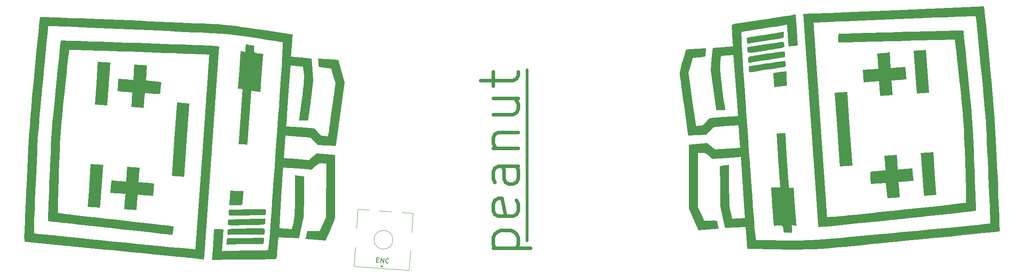
<source format=gbr>
%TF.GenerationSoftware,KiCad,Pcbnew,8.0.3*%
%TF.CreationDate,2024-09-04T22:21:18+02:00*%
%TF.ProjectId,peanut,7065616e-7574-42e6-9b69-6361645f7063,rev?*%
%TF.SameCoordinates,Original*%
%TF.FileFunction,Legend,Top*%
%TF.FilePolarity,Positive*%
%FSLAX46Y46*%
G04 Gerber Fmt 4.6, Leading zero omitted, Abs format (unit mm)*
G04 Created by KiCad (PCBNEW 8.0.3) date 2024-09-04 22:21:18*
%MOMM*%
%LPD*%
G01*
G04 APERTURE LIST*
%ADD10C,0.600000*%
%ADD11C,0.200000*%
%ADD12C,0.800000*%
%ADD13C,0.000000*%
%ADD14C,0.120000*%
G04 APERTURE END LIST*
D10*
X158750000Y-91281250D02*
X158750000Y-54768750D01*
D11*
X126730248Y-95392069D02*
X127062769Y-95415321D01*
X127168739Y-95947820D02*
X126693708Y-95914603D01*
X126693708Y-95914603D02*
X126763465Y-94917039D01*
X126763465Y-94917039D02*
X127238495Y-94950256D01*
X127596267Y-95977716D02*
X127666023Y-94980152D01*
X127666023Y-94980152D02*
X128166303Y-96017577D01*
X128166303Y-96017577D02*
X128236060Y-95020013D01*
X129218014Y-95995649D02*
X129167189Y-96039830D01*
X129167189Y-96039830D02*
X129021358Y-96077368D01*
X129021358Y-96077368D02*
X128926352Y-96070724D01*
X128926352Y-96070724D02*
X128787164Y-96013256D01*
X128787164Y-96013256D02*
X128698802Y-95911607D01*
X128698802Y-95911607D02*
X128657942Y-95813279D01*
X128657942Y-95813279D02*
X128623726Y-95619945D01*
X128623726Y-95619945D02*
X128633691Y-95477436D01*
X128633691Y-95477436D02*
X128694481Y-95290745D01*
X128694481Y-95290745D02*
X128748628Y-95199061D01*
X128748628Y-95199061D02*
X128850277Y-95110698D01*
X128850277Y-95110698D02*
X128996108Y-95073160D01*
X128996108Y-95073160D02*
X129091114Y-95079804D01*
X129091114Y-95079804D02*
X129230302Y-95137272D01*
X129230302Y-95137272D02*
X129274483Y-95188097D01*
D12*
X151519769Y-92898214D02*
X159519769Y-92898214D01*
X151900721Y-92898214D02*
X151519769Y-92136309D01*
X151519769Y-92136309D02*
X151519769Y-90612499D01*
X151519769Y-90612499D02*
X151900721Y-89850595D01*
X151900721Y-89850595D02*
X152281673Y-89469642D01*
X152281673Y-89469642D02*
X153043578Y-89088690D01*
X153043578Y-89088690D02*
X155329292Y-89088690D01*
X155329292Y-89088690D02*
X156091197Y-89469642D01*
X156091197Y-89469642D02*
X156472150Y-89850595D01*
X156472150Y-89850595D02*
X156853102Y-90612499D01*
X156853102Y-90612499D02*
X156853102Y-92136309D01*
X156853102Y-92136309D02*
X156472150Y-92898214D01*
X156472150Y-82612500D02*
X156853102Y-83374404D01*
X156853102Y-83374404D02*
X156853102Y-84898214D01*
X156853102Y-84898214D02*
X156472150Y-85660119D01*
X156472150Y-85660119D02*
X155710245Y-86041071D01*
X155710245Y-86041071D02*
X152662626Y-86041071D01*
X152662626Y-86041071D02*
X151900721Y-85660119D01*
X151900721Y-85660119D02*
X151519769Y-84898214D01*
X151519769Y-84898214D02*
X151519769Y-83374404D01*
X151519769Y-83374404D02*
X151900721Y-82612500D01*
X151900721Y-82612500D02*
X152662626Y-82231547D01*
X152662626Y-82231547D02*
X153424530Y-82231547D01*
X153424530Y-82231547D02*
X154186435Y-86041071D01*
X156853102Y-75374404D02*
X152662626Y-75374404D01*
X152662626Y-75374404D02*
X151900721Y-75755357D01*
X151900721Y-75755357D02*
X151519769Y-76517261D01*
X151519769Y-76517261D02*
X151519769Y-78041071D01*
X151519769Y-78041071D02*
X151900721Y-78802976D01*
X156472150Y-75374404D02*
X156853102Y-76136309D01*
X156853102Y-76136309D02*
X156853102Y-78041071D01*
X156853102Y-78041071D02*
X156472150Y-78802976D01*
X156472150Y-78802976D02*
X155710245Y-79183928D01*
X155710245Y-79183928D02*
X154948340Y-79183928D01*
X154948340Y-79183928D02*
X154186435Y-78802976D01*
X154186435Y-78802976D02*
X153805483Y-78041071D01*
X153805483Y-78041071D02*
X153805483Y-76136309D01*
X153805483Y-76136309D02*
X153424530Y-75374404D01*
X151519769Y-71564881D02*
X156853102Y-71564881D01*
X152281673Y-71564881D02*
X151900721Y-71183928D01*
X151900721Y-71183928D02*
X151519769Y-70422023D01*
X151519769Y-70422023D02*
X151519769Y-69279166D01*
X151519769Y-69279166D02*
X151900721Y-68517262D01*
X151900721Y-68517262D02*
X152662626Y-68136309D01*
X152662626Y-68136309D02*
X156853102Y-68136309D01*
X151519769Y-60898214D02*
X156853102Y-60898214D01*
X151519769Y-64326786D02*
X155710245Y-64326786D01*
X155710245Y-64326786D02*
X156472150Y-63945833D01*
X156472150Y-63945833D02*
X156853102Y-63183928D01*
X156853102Y-63183928D02*
X156853102Y-62041071D01*
X156853102Y-62041071D02*
X156472150Y-61279167D01*
X156472150Y-61279167D02*
X156091197Y-60898214D01*
X151519769Y-58231548D02*
X151519769Y-55183929D01*
X148853102Y-57088691D02*
X155710245Y-57088691D01*
X155710245Y-57088691D02*
X156472150Y-56707738D01*
X156472150Y-56707738D02*
X156853102Y-55945833D01*
X156853102Y-55945833D02*
X156853102Y-55183929D01*
D13*
%TO.C,G\u002A\u002A\u002A*%
G36*
X67056407Y-75034884D02*
G01*
X68381277Y-75127528D01*
X68062813Y-79681767D01*
X67744350Y-84236005D01*
X66419481Y-84143361D01*
X65094611Y-84050717D01*
X65413073Y-79496479D01*
X65731537Y-74942240D01*
X67056407Y-75034884D01*
G37*
G36*
X68585031Y-53174540D02*
G01*
X69909901Y-53267184D01*
X69591438Y-57821422D01*
X69272974Y-62375661D01*
X67948104Y-62283017D01*
X66623235Y-62190373D01*
X66941698Y-57636134D01*
X67260161Y-53081896D01*
X68585031Y-53174540D01*
G37*
G36*
X85452821Y-61842881D02*
G01*
X86777689Y-61935525D01*
X86227617Y-69801937D01*
X85677543Y-77668349D01*
X84352674Y-77575705D01*
X83027804Y-77483061D01*
X83577877Y-69616649D01*
X84127951Y-61750237D01*
X85452821Y-61842881D01*
G37*
G36*
X96910166Y-80652124D02*
G01*
X98279802Y-80699564D01*
X98176624Y-82175071D01*
X98073447Y-83650578D01*
X97445236Y-83709801D01*
X96871863Y-83735046D01*
X96209981Y-83725573D01*
X96024042Y-83715405D01*
X95231059Y-83661786D01*
X95385795Y-82133235D01*
X95540531Y-80604685D01*
X96910166Y-80652124D01*
G37*
G36*
X74840014Y-75579167D02*
G01*
X76164884Y-75671810D01*
X76054870Y-77245094D01*
X75944855Y-78818376D01*
X77600942Y-78934181D01*
X79257028Y-79049986D01*
X79164384Y-80374855D01*
X79071740Y-81699724D01*
X77415654Y-81583919D01*
X75759567Y-81468114D01*
X75643762Y-83124202D01*
X75527958Y-84780288D01*
X74203088Y-84687644D01*
X72878219Y-84595000D01*
X72994024Y-82938914D01*
X73109828Y-81282827D01*
X71536546Y-81172813D01*
X69963263Y-81062797D01*
X70055907Y-79737927D01*
X70148551Y-78413059D01*
X71721834Y-78523074D01*
X73295117Y-78633088D01*
X73405131Y-77059806D01*
X73515145Y-75486523D01*
X74840014Y-75579167D01*
G37*
G36*
X102982837Y-87219748D02*
G01*
X102926963Y-87633921D01*
X102776466Y-87821792D01*
X102439017Y-87889080D01*
X102394903Y-87892954D01*
X102043730Y-87910600D01*
X101434443Y-87929072D01*
X100633826Y-87947416D01*
X99708666Y-87964679D01*
X98725749Y-87979907D01*
X97751860Y-87992146D01*
X96853784Y-88000442D01*
X96098309Y-88003843D01*
X95552218Y-88001396D01*
X95304993Y-87994180D01*
X95059419Y-87938083D01*
X94978430Y-87753190D01*
X95017227Y-87349644D01*
X95112053Y-86732206D01*
X98111646Y-86674143D01*
X99155730Y-86654316D01*
X100157485Y-86635985D01*
X101039901Y-86620509D01*
X101725964Y-86609243D01*
X102068965Y-86604337D01*
X103026693Y-86592594D01*
X102982837Y-87219748D01*
G37*
G36*
X76362643Y-53718403D02*
G01*
X77681514Y-53810628D01*
X77616004Y-55428626D01*
X77550493Y-57046626D01*
X79161864Y-57206935D01*
X80773233Y-57367244D01*
X80688728Y-58575710D01*
X80632322Y-59178989D01*
X80562317Y-59644071D01*
X80492899Y-59879152D01*
X80486098Y-59886862D01*
X80278685Y-59920768D01*
X79820474Y-59926433D01*
X79191468Y-59904119D01*
X78822291Y-59881464D01*
X77276610Y-59773379D01*
X77166596Y-61346661D01*
X77056578Y-62919943D01*
X75731712Y-62827299D01*
X74406843Y-62734656D01*
X74516857Y-61161374D01*
X74626872Y-59588091D01*
X73053589Y-59478077D01*
X71480306Y-59368062D01*
X71572950Y-58043192D01*
X71665594Y-56718322D01*
X73238878Y-56828337D01*
X74812160Y-56938352D01*
X74927965Y-55282266D01*
X75043769Y-53626179D01*
X76362643Y-53718403D01*
G37*
G36*
X101894030Y-88650608D02*
G01*
X102359422Y-88673523D01*
X102649268Y-88723322D01*
X102802688Y-88806709D01*
X102858803Y-88930392D01*
X102856730Y-89101076D01*
X102835660Y-89324488D01*
X102791289Y-89959024D01*
X99002966Y-89991947D01*
X97909313Y-90001802D01*
X96924681Y-90011340D01*
X96098371Y-90020031D01*
X95479684Y-90027341D01*
X95117919Y-90032740D01*
X95047544Y-90034625D01*
X94937814Y-89894779D01*
X94876337Y-89536108D01*
X94872376Y-89429068D01*
X94866997Y-89215107D01*
X94882434Y-89049754D01*
X94956581Y-88926184D01*
X95127334Y-88837574D01*
X95432588Y-88777096D01*
X95910238Y-88737928D01*
X96598179Y-88713245D01*
X97534307Y-88696221D01*
X98756518Y-88680031D01*
X99053375Y-88676095D01*
X100280126Y-88658600D01*
X101213971Y-88647869D01*
X101894030Y-88650608D01*
G37*
G36*
X102616739Y-90670284D02*
G01*
X102684322Y-90821584D01*
X102701955Y-91191067D01*
X102694743Y-91339691D01*
X102620555Y-91799315D01*
X102469784Y-91978855D01*
X102402728Y-91984946D01*
X102160275Y-91982215D01*
X101648013Y-91985496D01*
X100928094Y-91993774D01*
X100062656Y-92006042D01*
X99113847Y-92021289D01*
X98143813Y-92038505D01*
X97214697Y-92056678D01*
X96388646Y-92074800D01*
X95727804Y-92091859D01*
X95610721Y-92095370D01*
X94651732Y-92125144D01*
X94698629Y-91454486D01*
X94755701Y-91038480D01*
X94841740Y-90808967D01*
X94872453Y-90792703D01*
X95068367Y-90792320D01*
X95547338Y-90786347D01*
X96260456Y-90775550D01*
X97158809Y-90760686D01*
X98193491Y-90742517D01*
X98745894Y-90732445D01*
X99830151Y-90712831D01*
X100802321Y-90695996D01*
X101613540Y-90682725D01*
X102214943Y-90673801D01*
X102557664Y-90670010D01*
X102616739Y-90670284D01*
G37*
G36*
X99179828Y-49384399D02*
G01*
X99614592Y-49488402D01*
X100083535Y-49550212D01*
X100415706Y-49594341D01*
X100563377Y-49724861D01*
X100587580Y-50037905D01*
X100570732Y-50317630D01*
X100571195Y-50793238D01*
X100697124Y-51082627D01*
X101012221Y-51240172D01*
X101580185Y-51320249D01*
X101761410Y-51333996D01*
X102493104Y-51385161D01*
X102208728Y-55451927D01*
X101924352Y-59518693D01*
X100975651Y-59401350D01*
X100026951Y-59284006D01*
X99580981Y-65035862D01*
X99135010Y-70787719D01*
X98226309Y-70724176D01*
X97317607Y-70660634D01*
X97728715Y-64781526D01*
X98139822Y-58902418D01*
X97642996Y-58867677D01*
X97146169Y-58832935D01*
X97430811Y-54762364D01*
X97715453Y-50691793D01*
X98204649Y-50835656D01*
X98693844Y-50979518D01*
X98754018Y-50119002D01*
X98799433Y-49620642D01*
X98871616Y-49383648D01*
X99011351Y-49337661D01*
X99179828Y-49384399D01*
G37*
G36*
X102962396Y-84537217D02*
G01*
X103098198Y-84700505D01*
X103127440Y-85141010D01*
X103123221Y-85212171D01*
X103067925Y-85640400D01*
X102944688Y-85824966D01*
X102703862Y-85854518D01*
X102430376Y-85851553D01*
X101880447Y-85854793D01*
X101109592Y-85863576D01*
X100173323Y-85877242D01*
X99127157Y-85895129D01*
X98831409Y-85900627D01*
X97784985Y-85916437D01*
X96852129Y-85922948D01*
X96083442Y-85920429D01*
X95529530Y-85909146D01*
X95240994Y-85889371D01*
X95213150Y-85881422D01*
X95143544Y-85674187D01*
X95130897Y-85280879D01*
X95134156Y-85226164D01*
X95192469Y-84848413D01*
X95283461Y-84666186D01*
X95298348Y-84663036D01*
X95493800Y-84661843D01*
X95971767Y-84654755D01*
X96682807Y-84642629D01*
X97577477Y-84626325D01*
X98606337Y-84606700D01*
X99088970Y-84597232D01*
X100167431Y-84576620D01*
X101139273Y-84559424D01*
X101953591Y-84546432D01*
X102559474Y-84538431D01*
X102906018Y-84536211D01*
X102962396Y-84537217D01*
G37*
G36*
X55615228Y-43507765D02*
G01*
X56376881Y-43530604D01*
X57394925Y-43564909D01*
X58644260Y-43609644D01*
X60099777Y-43663769D01*
X61736375Y-43726244D01*
X63528950Y-43796033D01*
X65452395Y-43872096D01*
X67481608Y-43953397D01*
X69591483Y-44038894D01*
X71756918Y-44127549D01*
X73952808Y-44218324D01*
X76154047Y-44310181D01*
X78335533Y-44402081D01*
X80472160Y-44492985D01*
X82538825Y-44581854D01*
X84510422Y-44667652D01*
X86361849Y-44749336D01*
X88068000Y-44825872D01*
X89603772Y-44896218D01*
X90944060Y-44959337D01*
X92063760Y-45014190D01*
X92937767Y-45059738D01*
X93540977Y-45094944D01*
X93613192Y-45099718D01*
X94294594Y-45160620D01*
X95250764Y-45267325D01*
X96428667Y-45412850D01*
X97775266Y-45590203D01*
X99237526Y-45792401D01*
X100762413Y-46012455D01*
X102296892Y-46243380D01*
X102311634Y-46245648D01*
X108774023Y-47240036D01*
X108609065Y-49599045D01*
X108444107Y-51958053D01*
X110630218Y-52157357D01*
X112816329Y-52356659D01*
X113023984Y-54724043D01*
X113231640Y-57091427D01*
X112648542Y-61354528D01*
X112065446Y-65617629D01*
X111085883Y-65599755D01*
X110106322Y-65581880D01*
X110280217Y-64544907D01*
X110355375Y-64055200D01*
X110461503Y-63306685D01*
X110588990Y-62370090D01*
X110728218Y-61316141D01*
X110869576Y-60215567D01*
X110880869Y-60126196D01*
X111032746Y-58881355D01*
X111137966Y-57902114D01*
X111200365Y-57125908D01*
X111223781Y-56490168D01*
X111212046Y-55932332D01*
X111170408Y-55403516D01*
X111033189Y-54062574D01*
X109713126Y-53970265D01*
X108393065Y-53877958D01*
X107895205Y-60375069D01*
X107397347Y-66872180D01*
X110428549Y-67084142D01*
X113459750Y-67296104D01*
X114139035Y-68092487D01*
X114545879Y-68540654D01*
X114869026Y-68788655D01*
X115222254Y-68903247D01*
X115588072Y-68942696D01*
X116357824Y-68996523D01*
X116546804Y-67719995D01*
X116620454Y-67205211D01*
X116729282Y-66421423D01*
X116865094Y-65428810D01*
X117019694Y-64287543D01*
X117184884Y-63057806D01*
X117327022Y-61991512D01*
X117918261Y-57539557D01*
X117461489Y-56009849D01*
X117004715Y-54480143D01*
X115641808Y-54336504D01*
X114973712Y-54260715D01*
X114571386Y-54189574D01*
X114369970Y-54097335D01*
X114304599Y-53958252D01*
X114305934Y-53806242D01*
X114304075Y-53353474D01*
X114265654Y-52894854D01*
X114198337Y-52370089D01*
X116351684Y-52520666D01*
X118505031Y-52671243D01*
X119189265Y-55094669D01*
X119873499Y-57518095D01*
X118942329Y-64272021D01*
X118011159Y-71025948D01*
X116060532Y-70936445D01*
X114109904Y-70846943D01*
X113360031Y-70040330D01*
X112610159Y-69233716D01*
X109936193Y-69046734D01*
X107262226Y-68859752D01*
X107094309Y-71261077D01*
X106926391Y-73662404D01*
X109600358Y-73849386D01*
X112274324Y-74036368D01*
X113129159Y-73341966D01*
X113983992Y-72647565D01*
X115928094Y-72830408D01*
X117872194Y-73013252D01*
X117864768Y-79503052D01*
X117862323Y-80954507D01*
X117858531Y-82313961D01*
X117853614Y-83542779D01*
X117847790Y-84602331D01*
X117841279Y-85453982D01*
X117834300Y-86059100D01*
X117827073Y-86379052D01*
X117825523Y-86406675D01*
X117747959Y-86702588D01*
X117556560Y-87233293D01*
X117277190Y-87932378D01*
X116935720Y-88733426D01*
X116800195Y-89039276D01*
X115806684Y-91258057D01*
X113653384Y-91107484D01*
X111500083Y-90956910D01*
X111639778Y-90446621D01*
X111750980Y-89947641D01*
X111806508Y-89549709D01*
X111838679Y-89360737D01*
X111947764Y-89249540D01*
X112201579Y-89199654D01*
X112667938Y-89194610D01*
X113203178Y-89210525D01*
X114572812Y-89257964D01*
X115238035Y-87806715D01*
X115903257Y-86355466D01*
X115937364Y-81864552D01*
X115946272Y-80595840D01*
X115953574Y-79364764D01*
X115959011Y-78232060D01*
X115962325Y-77258457D01*
X115963256Y-76504688D01*
X115961989Y-76083233D01*
X115952506Y-74792827D01*
X115182754Y-74739000D01*
X114724741Y-74732398D01*
X114372243Y-74823222D01*
X114003300Y-75061748D01*
X113629494Y-75379269D01*
X112845985Y-76073364D01*
X109814784Y-75861401D01*
X106783582Y-75649440D01*
X106372371Y-82152610D01*
X105961162Y-88655779D01*
X107281224Y-88748087D01*
X108601289Y-88840395D01*
X108923793Y-87531598D01*
X109041150Y-87000639D01*
X109129756Y-86448598D01*
X109194518Y-85812976D01*
X109240345Y-85031289D01*
X109272147Y-84041043D01*
X109294342Y-82814584D01*
X109307873Y-81704407D01*
X109317049Y-80634894D01*
X109321547Y-79677425D01*
X109321044Y-78903374D01*
X109315218Y-78384121D01*
X109314501Y-78355282D01*
X109286617Y-77304198D01*
X110259133Y-77422826D01*
X111231650Y-77541454D01*
X111215764Y-81844219D01*
X111199877Y-86146983D01*
X110664767Y-88462428D01*
X110129657Y-90777871D01*
X107937083Y-90670987D01*
X105744510Y-90564101D01*
X105582940Y-92874661D01*
X105516985Y-93789785D01*
X105461078Y-94425969D01*
X105403256Y-94835569D01*
X105331559Y-95070937D01*
X105234025Y-95184434D01*
X105098696Y-95228412D01*
X105043333Y-95236643D01*
X104791615Y-95249789D01*
X104249398Y-95263636D01*
X103458209Y-95277607D01*
X102459574Y-95291121D01*
X101295016Y-95303596D01*
X100006063Y-95314453D01*
X99004761Y-95321055D01*
X97623143Y-95330034D01*
X96311031Y-95340313D01*
X95114749Y-95351395D01*
X94080624Y-95362786D01*
X93254977Y-95373991D01*
X92684134Y-95384514D01*
X92467951Y-95390910D01*
X91591677Y-95427775D01*
X91824617Y-92096521D01*
X92057565Y-88765265D01*
X93051217Y-88834748D01*
X94044869Y-88904230D01*
X93883031Y-91218611D01*
X93721194Y-93532992D01*
X94181801Y-93490716D01*
X94469108Y-93477574D01*
X95038522Y-93462546D01*
X95840140Y-93446545D01*
X96824055Y-93430469D01*
X97940361Y-93415239D01*
X98972434Y-93403463D01*
X100146206Y-93389396D01*
X101215400Y-93373006D01*
X102133614Y-93355296D01*
X102854448Y-93337263D01*
X103331506Y-93319907D01*
X103514175Y-93305666D01*
X103549684Y-93237168D01*
X103591305Y-93038703D01*
X103640150Y-92696244D01*
X103697331Y-92195763D01*
X103763961Y-91523233D01*
X103841149Y-90664627D01*
X103930010Y-89605920D01*
X104031655Y-88333082D01*
X104147196Y-86832090D01*
X104277746Y-85088914D01*
X104424414Y-83089529D01*
X104588316Y-80819907D01*
X104770560Y-78266021D01*
X104972262Y-75413844D01*
X105194531Y-72249348D01*
X105278040Y-71056086D01*
X105498968Y-67894622D01*
X105697453Y-65047882D01*
X105874427Y-62499390D01*
X106030821Y-60232666D01*
X106167566Y-58231233D01*
X106285594Y-56478615D01*
X106385835Y-54958334D01*
X106469220Y-53653910D01*
X106536681Y-52548866D01*
X106589148Y-51626726D01*
X106627554Y-50871010D01*
X106652829Y-50265241D01*
X106665903Y-49792942D01*
X106667709Y-49437635D01*
X106659178Y-49182841D01*
X106641241Y-49012085D01*
X106614827Y-48908888D01*
X106580869Y-48856769D01*
X106540299Y-48839255D01*
X106533515Y-48838581D01*
X106297038Y-48807714D01*
X105777816Y-48730953D01*
X105020894Y-48615258D01*
X104071322Y-48467588D01*
X102974144Y-48294899D01*
X101774408Y-48104153D01*
X101635475Y-48081945D01*
X99438902Y-47747528D01*
X97439835Y-47481919D01*
X95514404Y-47270512D01*
X93538737Y-47098695D01*
X92894279Y-47051013D01*
X92335144Y-47015414D01*
X91503193Y-46968418D01*
X90424385Y-46911195D01*
X89124675Y-46844913D01*
X87630021Y-46770743D01*
X85966381Y-46689853D01*
X84159708Y-46603414D01*
X82235962Y-46512595D01*
X80221098Y-46418564D01*
X78141074Y-46322490D01*
X76021846Y-46225546D01*
X73889373Y-46128898D01*
X71769607Y-46033717D01*
X69688510Y-45941172D01*
X67672036Y-45852432D01*
X65746141Y-45768667D01*
X63936784Y-45691047D01*
X62269921Y-45620739D01*
X60771509Y-45558915D01*
X59467503Y-45506744D01*
X58383863Y-45465394D01*
X57546543Y-45436035D01*
X56981502Y-45419837D01*
X56714694Y-45417968D01*
X56696852Y-45420246D01*
X56675701Y-45585032D01*
X56625679Y-46053464D01*
X56549439Y-46798662D01*
X56449639Y-47793747D01*
X56328934Y-49011840D01*
X56189982Y-50426060D01*
X56035438Y-52009527D01*
X55867958Y-53735363D01*
X55690198Y-55576688D01*
X55581925Y-56702700D01*
X55364856Y-58970313D01*
X55176998Y-60956199D01*
X55014940Y-62709051D01*
X54875274Y-64277562D01*
X54754587Y-65710426D01*
X54649473Y-67056332D01*
X54556519Y-68363975D01*
X54472316Y-69682049D01*
X54393455Y-71059245D01*
X54316526Y-72544257D01*
X54238118Y-74185777D01*
X54154823Y-76032498D01*
X54063228Y-78133114D01*
X54034481Y-78800111D01*
X53955353Y-80665419D01*
X53882633Y-82431703D01*
X53817320Y-84071218D01*
X53760416Y-85556209D01*
X53712919Y-86858931D01*
X53675832Y-87951630D01*
X53650153Y-88806556D01*
X53636883Y-89395961D01*
X53637020Y-89692092D01*
X53640856Y-89722025D01*
X53809337Y-89746640D01*
X54281484Y-89800937D01*
X55030521Y-89882236D01*
X56029670Y-89987860D01*
X57252152Y-90115131D01*
X58671192Y-90261370D01*
X60260008Y-90423900D01*
X61991830Y-90600041D01*
X63839864Y-90787116D01*
X65777348Y-90982446D01*
X67777497Y-91183352D01*
X69813535Y-91387159D01*
X71858684Y-91591185D01*
X73886165Y-91792753D01*
X75869201Y-91989185D01*
X77781014Y-92177802D01*
X79594825Y-92355928D01*
X81283858Y-92520883D01*
X82821334Y-92669987D01*
X84180474Y-92800566D01*
X85334503Y-92909938D01*
X86256640Y-92995426D01*
X86920108Y-93054351D01*
X87138270Y-93072371D01*
X88089921Y-93147537D01*
X89543272Y-72363648D01*
X90996623Y-51579760D01*
X89878283Y-51508473D01*
X89356571Y-51480010D01*
X88566041Y-51443425D01*
X87535855Y-51399709D01*
X86295173Y-51349858D01*
X84873153Y-51294862D01*
X83298959Y-51235719D01*
X81601750Y-51173421D01*
X79810687Y-51108962D01*
X77954930Y-51043335D01*
X76063640Y-50977534D01*
X74165978Y-50912554D01*
X72291103Y-50849387D01*
X70468178Y-50789029D01*
X68726362Y-50732470D01*
X67094816Y-50680708D01*
X65602700Y-50634735D01*
X64279175Y-50595544D01*
X63153402Y-50564131D01*
X62254541Y-50541486D01*
X61611753Y-50528607D01*
X61254198Y-50526486D01*
X61188746Y-50530754D01*
X61153175Y-50707598D01*
X61087433Y-51184117D01*
X60995024Y-51929673D01*
X60879452Y-52913627D01*
X60744222Y-54105340D01*
X60592837Y-55474172D01*
X60428801Y-56989487D01*
X60255618Y-58620645D01*
X60169261Y-59445427D01*
X59964495Y-61416812D01*
X59791177Y-63111802D01*
X59645550Y-64584156D01*
X59523862Y-65887634D01*
X59422359Y-67075996D01*
X59337288Y-68202998D01*
X59264893Y-69322404D01*
X59201421Y-70487972D01*
X59143120Y-71753461D01*
X59086235Y-73172630D01*
X59027011Y-74799241D01*
X58961695Y-76687051D01*
X58958195Y-76789469D01*
X58902966Y-78437930D01*
X58853286Y-79983708D01*
X58810013Y-81395491D01*
X58774005Y-82641963D01*
X58746130Y-83691813D01*
X58727237Y-84513722D01*
X58718189Y-85076382D01*
X58719845Y-85348477D01*
X58722746Y-85369033D01*
X58892594Y-85397311D01*
X59366699Y-85459131D01*
X60119308Y-85551495D01*
X61124673Y-85671404D01*
X62357039Y-85815859D01*
X63790655Y-85981861D01*
X65399769Y-86166415D01*
X67158628Y-86366518D01*
X69041482Y-86579174D01*
X71022578Y-86801384D01*
X71067563Y-86806412D01*
X73050676Y-87028866D01*
X74936205Y-87241940D01*
X76698386Y-87442626D01*
X78311459Y-87627916D01*
X79749660Y-87794802D01*
X80987224Y-87940276D01*
X81998392Y-88061331D01*
X82757399Y-88154957D01*
X83238483Y-88218150D01*
X83415880Y-88247899D01*
X83416173Y-88248152D01*
X83419866Y-88435266D01*
X83366026Y-88843367D01*
X83303572Y-89190652D01*
X83131694Y-90064963D01*
X82024762Y-89936437D01*
X81679347Y-89897166D01*
X81032927Y-89824523D01*
X80114497Y-89721742D01*
X78953057Y-89592054D01*
X77577600Y-89438690D01*
X76017126Y-89264881D01*
X74300631Y-89073860D01*
X72457110Y-88868858D01*
X70515562Y-88653106D01*
X68790496Y-88461537D01*
X66821785Y-88242471D01*
X64951602Y-88033429D01*
X63205784Y-87837342D01*
X61610176Y-87657157D01*
X60190617Y-87495828D01*
X58972948Y-87356298D01*
X57983011Y-87241515D01*
X57246648Y-87154429D01*
X56789698Y-87097986D01*
X56637892Y-87075375D01*
X56639524Y-86906933D01*
X56653226Y-86436353D01*
X56677931Y-85693267D01*
X56712565Y-84707304D01*
X56756058Y-83508091D01*
X56807341Y-82125260D01*
X56865340Y-80588440D01*
X56928985Y-78927260D01*
X56980047Y-77610679D01*
X57059982Y-75581356D01*
X57132333Y-73816467D01*
X57200759Y-72263666D01*
X57268919Y-70870599D01*
X57340473Y-69584921D01*
X57419080Y-68354280D01*
X57508399Y-67126328D01*
X57612089Y-65848715D01*
X57733811Y-64469090D01*
X57877221Y-62935106D01*
X58045981Y-61194412D01*
X58243749Y-59194660D01*
X58322873Y-58400038D01*
X58500152Y-56633085D01*
X58669639Y-54966143D01*
X58828229Y-53428251D01*
X58972823Y-52048453D01*
X59100315Y-50855792D01*
X59207607Y-49879312D01*
X59291593Y-49148056D01*
X59349172Y-48691066D01*
X59376361Y-48537602D01*
X59546526Y-48534914D01*
X60021198Y-48543530D01*
X60773089Y-48562509D01*
X61774904Y-48590906D01*
X62999355Y-48627777D01*
X64419147Y-48672176D01*
X66006992Y-48723163D01*
X67735597Y-48779790D01*
X69577670Y-48841115D01*
X71505921Y-48906191D01*
X73493057Y-48974078D01*
X75511787Y-49043831D01*
X77534821Y-49114499D01*
X79534867Y-49185147D01*
X81484631Y-49254826D01*
X83356825Y-49322593D01*
X85124156Y-49387505D01*
X86759332Y-49448615D01*
X88235063Y-49504982D01*
X89524057Y-49555658D01*
X90599023Y-49599703D01*
X91432668Y-49636171D01*
X91997702Y-49664117D01*
X92087124Y-49669259D01*
X93122892Y-49731422D01*
X91528843Y-72527381D01*
X89934795Y-95323339D01*
X87830337Y-95074837D01*
X87371069Y-95024150D01*
X86606804Y-94944217D01*
X85563043Y-94837565D01*
X84265293Y-94706721D01*
X82739055Y-94554211D01*
X81009835Y-94382562D01*
X79103137Y-94194302D01*
X77044464Y-93991957D01*
X74859320Y-93778055D01*
X72573209Y-93555123D01*
X70211636Y-93325687D01*
X68668108Y-93176187D01*
X51610337Y-91526040D01*
X51593665Y-90519312D01*
X51598680Y-90184698D01*
X51618636Y-89548399D01*
X51652262Y-88640360D01*
X51698287Y-87490526D01*
X51755443Y-86128842D01*
X51822458Y-84585254D01*
X51898062Y-82889705D01*
X51980987Y-81072142D01*
X52069963Y-79162510D01*
X52121778Y-78067806D01*
X52233322Y-75743284D01*
X52334299Y-73695479D01*
X52428376Y-71873353D01*
X52519213Y-70225865D01*
X52610475Y-68701978D01*
X52705824Y-67250654D01*
X52808922Y-65820855D01*
X52923432Y-64361541D01*
X53053018Y-62821675D01*
X53201342Y-61150219D01*
X53372065Y-59296134D01*
X53568852Y-57208382D01*
X53770062Y-55100067D01*
X53955164Y-53178966D01*
X54133002Y-51355971D01*
X54300828Y-49657820D01*
X54455899Y-48111248D01*
X54595465Y-46742993D01*
X54716783Y-45579790D01*
X54817103Y-44648378D01*
X54893684Y-43975490D01*
X54943773Y-43587866D01*
X54961521Y-43500646D01*
X55135073Y-43497434D01*
X55615228Y-43507765D01*
G37*
G36*
X227583704Y-67401008D02*
G01*
X228133776Y-75267418D01*
X226808906Y-75360064D01*
X225484038Y-75452708D01*
X224933964Y-67586296D01*
X224383891Y-59719884D01*
X225708760Y-59627240D01*
X227033630Y-59534596D01*
X227583704Y-67401008D01*
G37*
G36*
X244196722Y-55089276D02*
G01*
X244515185Y-59643515D01*
X243190315Y-59736159D01*
X241865445Y-59828803D01*
X241546982Y-55274564D01*
X241228519Y-50720326D01*
X242553388Y-50627682D01*
X243878258Y-50535038D01*
X244196722Y-55089276D01*
G37*
G36*
X245725346Y-76949621D02*
G01*
X246043809Y-81503859D01*
X244718939Y-81596503D01*
X243394070Y-81689147D01*
X243075606Y-77134909D01*
X242757143Y-72580670D01*
X244082013Y-72488026D01*
X245406882Y-72395382D01*
X245725346Y-76949621D01*
G37*
G36*
X214148727Y-56649577D02*
G01*
X214208230Y-58184787D01*
X212845322Y-58328426D01*
X211482413Y-58472064D01*
X211379236Y-56996557D01*
X211276058Y-55521050D01*
X211889913Y-55374973D01*
X212454193Y-55270176D01*
X213110951Y-55187437D01*
X213296496Y-55171632D01*
X214089224Y-55114367D01*
X214148727Y-56649577D01*
G37*
G36*
X236210454Y-52735407D02*
G01*
X236326260Y-54391494D01*
X237899542Y-54281479D01*
X239472825Y-54171465D01*
X239565469Y-55496335D01*
X239658113Y-56821203D01*
X238084830Y-56931218D01*
X236511547Y-57041233D01*
X236621562Y-58614515D01*
X236731577Y-60187798D01*
X235406708Y-60280442D01*
X234081838Y-60373086D01*
X233971823Y-58799803D01*
X233861809Y-57226521D01*
X232205722Y-57342325D01*
X230549636Y-57458130D01*
X230456992Y-56133261D01*
X230364348Y-54808392D01*
X232020434Y-54692587D01*
X233676521Y-54576782D01*
X233560716Y-52920694D01*
X233444911Y-51264609D01*
X234769781Y-51171965D01*
X236094650Y-51079321D01*
X236210454Y-52735407D01*
G37*
G36*
X213664048Y-50855799D02*
G01*
X213769981Y-51027621D01*
X213787725Y-51432639D01*
X213779752Y-52057266D01*
X210817432Y-52532226D01*
X209786268Y-52697169D01*
X208796813Y-52854739D01*
X207925139Y-52992873D01*
X207247320Y-53099508D01*
X206908340Y-53152105D01*
X205961567Y-53297024D01*
X205917713Y-52669870D01*
X205915402Y-52251951D01*
X206038288Y-52044964D01*
X206363088Y-51931367D01*
X206406233Y-51921391D01*
X206751533Y-51855043D01*
X207352320Y-51751954D01*
X208142592Y-51622364D01*
X209056346Y-51476512D01*
X210027578Y-51324637D01*
X210990286Y-51176978D01*
X211878467Y-51043774D01*
X212626117Y-50935265D01*
X213167234Y-50861687D01*
X213413057Y-50834425D01*
X213664048Y-50855799D01*
G37*
G36*
X213512150Y-48901221D02*
G01*
X213622946Y-49247846D01*
X213641766Y-49353291D01*
X213676870Y-49564423D01*
X213684596Y-49730315D01*
X213628368Y-49863002D01*
X213471609Y-49974514D01*
X213177743Y-50076886D01*
X212710193Y-50182149D01*
X212032382Y-50302335D01*
X211107733Y-50449477D01*
X209899670Y-50635608D01*
X209606250Y-50680821D01*
X208393872Y-50868876D01*
X207470609Y-51009469D01*
X206796787Y-51101402D01*
X206332735Y-51143480D01*
X206038779Y-51134505D01*
X205875247Y-51073281D01*
X205802465Y-50958612D01*
X205780763Y-50789300D01*
X205770535Y-50565130D01*
X205726164Y-49930594D01*
X209473037Y-49370759D01*
X210554675Y-49208793D01*
X211528397Y-49062313D01*
X212345456Y-48938707D01*
X212957105Y-48845363D01*
X213314598Y-48789669D01*
X213384026Y-48778008D01*
X213512150Y-48901221D01*
G37*
G36*
X237733289Y-74512947D02*
G01*
X237843303Y-76086230D01*
X239416586Y-75976215D01*
X240989869Y-75866200D01*
X241082513Y-77191070D01*
X241175157Y-78515940D01*
X239601873Y-78625955D01*
X238028591Y-78735969D01*
X238144396Y-80392055D01*
X238260201Y-82048142D01*
X236941328Y-82140367D01*
X235622456Y-82232591D01*
X235462147Y-80621222D01*
X235301839Y-79009851D01*
X233683839Y-79075362D01*
X232065841Y-79140872D01*
X231981337Y-77932406D01*
X231953234Y-77327148D01*
X231957831Y-76856849D01*
X231993856Y-76614395D01*
X231999521Y-76605813D01*
X232200194Y-76543371D01*
X232653157Y-76473990D01*
X233279147Y-76408546D01*
X233647884Y-76379601D01*
X235193565Y-76271517D01*
X235083550Y-74698235D01*
X234973537Y-73124953D01*
X236298405Y-73032310D01*
X237623274Y-72939665D01*
X237733289Y-74512947D01*
G37*
G36*
X213531938Y-47323405D02*
G01*
X213533319Y-47743305D01*
X213480059Y-47982559D01*
X213451908Y-48002939D01*
X213257954Y-48030585D01*
X212784476Y-48103159D01*
X212079801Y-48213098D01*
X211192259Y-48352844D01*
X210170175Y-48514836D01*
X209624548Y-48601690D01*
X208553574Y-48772012D01*
X207593209Y-48923983D01*
X206791731Y-49050025D01*
X206197423Y-49142561D01*
X205858565Y-49194013D01*
X205800027Y-49201963D01*
X205712045Y-49061541D01*
X205643161Y-48698108D01*
X205629618Y-48549927D01*
X205639117Y-48084451D01*
X205763434Y-47885675D01*
X205828989Y-47870311D01*
X206069463Y-47839272D01*
X206576282Y-47764730D01*
X207288044Y-47656339D01*
X208143352Y-47523745D01*
X209080805Y-47376598D01*
X210039003Y-47224547D01*
X210956548Y-47077243D01*
X211772038Y-46944333D01*
X212424074Y-46835468D01*
X212539532Y-46815697D01*
X213485041Y-46652747D01*
X213531938Y-47323405D01*
G37*
G36*
X214243500Y-74158492D02*
G01*
X214654607Y-80037600D01*
X215151433Y-80002858D01*
X215648260Y-79968117D01*
X215932902Y-84038688D01*
X216217544Y-88109259D01*
X215713087Y-88034879D01*
X215208631Y-87960500D01*
X215268804Y-88821016D01*
X215293189Y-89320847D01*
X215254692Y-89565580D01*
X215122717Y-89630567D01*
X214949375Y-89607731D01*
X214504367Y-89565248D01*
X214031386Y-89569304D01*
X213696306Y-89571833D01*
X213531907Y-89463135D01*
X213464372Y-89156506D01*
X213442126Y-88877159D01*
X213375476Y-88406244D01*
X213210497Y-88137197D01*
X212876541Y-88025038D01*
X212302959Y-88024786D01*
X212121585Y-88036394D01*
X211389891Y-88087559D01*
X211105515Y-84020793D01*
X210821139Y-79954027D01*
X211776935Y-79938195D01*
X212732737Y-79922363D01*
X212373863Y-74164417D01*
X212014990Y-68406469D01*
X212923691Y-68342927D01*
X213832393Y-68279384D01*
X214243500Y-74158492D01*
G37*
G36*
X213798045Y-52913840D02*
G01*
X213895815Y-53109371D01*
X213963077Y-53497091D01*
X213967465Y-53551727D01*
X213962292Y-53933918D01*
X213897547Y-54127035D01*
X213883243Y-54132226D01*
X213689859Y-54160609D01*
X213217530Y-54234148D01*
X212515098Y-54345114D01*
X211631404Y-54485773D01*
X210615288Y-54648397D01*
X210138669Y-54724942D01*
X209073572Y-54895446D01*
X208113581Y-55047729D01*
X207308997Y-55173926D01*
X206710123Y-55266172D01*
X206367261Y-55316600D01*
X206311292Y-55323450D01*
X206154086Y-55180651D01*
X206063822Y-54748503D01*
X206058096Y-54677447D01*
X206053256Y-54245690D01*
X206149607Y-54045769D01*
X206383977Y-53982988D01*
X206655214Y-53947862D01*
X207199340Y-53868118D01*
X207961471Y-53752138D01*
X208886726Y-53608302D01*
X209920222Y-53444991D01*
X210212326Y-53398386D01*
X211246366Y-53237096D01*
X212169237Y-53100820D01*
X212930794Y-52996334D01*
X213480886Y-52930417D01*
X213769366Y-52909843D01*
X213798045Y-52913840D01*
G37*
G36*
X256347558Y-42250427D02*
G01*
X256389162Y-42582482D01*
X256457956Y-43215366D01*
X256551030Y-44119248D01*
X256665481Y-45264297D01*
X256798391Y-46620684D01*
X256946854Y-48158577D01*
X257107960Y-49848147D01*
X257278798Y-51659562D01*
X257456458Y-53562993D01*
X257557500Y-54654255D01*
X257770553Y-56971678D01*
X257955558Y-59013608D01*
X258115987Y-60831094D01*
X258255320Y-62475191D01*
X258377031Y-63996948D01*
X258484595Y-65447418D01*
X258581490Y-66877651D01*
X258671191Y-68338700D01*
X258757174Y-69881615D01*
X258842915Y-71557447D01*
X258931893Y-73417248D01*
X259027580Y-75512070D01*
X259121749Y-77627870D01*
X259205814Y-79556036D01*
X259283418Y-81386040D01*
X259353562Y-83091022D01*
X259415242Y-84644124D01*
X259467458Y-86018487D01*
X259509208Y-87187254D01*
X259539491Y-88123564D01*
X259557304Y-88800561D01*
X259561649Y-89191384D01*
X259556211Y-89280225D01*
X259384796Y-89307560D01*
X258907876Y-89364154D01*
X258150457Y-89447539D01*
X257137546Y-89555252D01*
X255894144Y-89684826D01*
X254445259Y-89833797D01*
X252815893Y-89999700D01*
X251031050Y-90180068D01*
X249115739Y-90372438D01*
X247094959Y-90574340D01*
X244993718Y-90783313D01*
X242837019Y-90996891D01*
X240649866Y-91212608D01*
X238457265Y-91427998D01*
X236284219Y-91640597D01*
X234155734Y-91847938D01*
X232096814Y-92047558D01*
X230132463Y-92236989D01*
X228287686Y-92413768D01*
X226587487Y-92575427D01*
X225056871Y-92719504D01*
X223720842Y-92843532D01*
X222604405Y-92945044D01*
X221732565Y-93021578D01*
X221130325Y-93070665D01*
X221058149Y-93075988D01*
X220374902Y-93110512D01*
X219413187Y-93137918D01*
X218226494Y-93157742D01*
X216868318Y-93169525D01*
X215392148Y-93172802D01*
X213851475Y-93167113D01*
X212299791Y-93151994D01*
X212284877Y-93151799D01*
X205746987Y-93066479D01*
X205582029Y-90707470D01*
X205417072Y-88348462D01*
X203224498Y-88455346D01*
X201031924Y-88562231D01*
X200496814Y-86246786D01*
X199961703Y-83931342D01*
X199945817Y-79628577D01*
X199929930Y-75325813D01*
X200902447Y-75207185D01*
X201874963Y-75088557D01*
X201847079Y-76139640D01*
X201840806Y-76635041D01*
X201839884Y-77391042D01*
X201843987Y-78336265D01*
X201852795Y-79399333D01*
X201865983Y-80508870D01*
X201867238Y-80598943D01*
X201890088Y-81852806D01*
X201922176Y-82837161D01*
X201968411Y-83614498D01*
X202033701Y-84247309D01*
X202122957Y-84798083D01*
X202237787Y-85315958D01*
X202560294Y-86624753D01*
X203880357Y-86532446D01*
X205200418Y-86440138D01*
X204789209Y-79936968D01*
X204377999Y-73433798D01*
X201346797Y-73645760D01*
X198315596Y-73857723D01*
X197532087Y-73163628D01*
X197066830Y-72776445D01*
X196712312Y-72575831D01*
X196346574Y-72511514D01*
X195978826Y-72523361D01*
X195209074Y-72577186D01*
X195199591Y-73867592D01*
X195198302Y-74387616D01*
X195199615Y-75178922D01*
X195203270Y-76180777D01*
X195209007Y-77332453D01*
X195216572Y-78573212D01*
X195224221Y-79648911D01*
X195258324Y-84139825D01*
X195923545Y-85591075D01*
X196588768Y-87042324D01*
X197958402Y-86994885D01*
X198630544Y-86976955D01*
X199038855Y-86991411D01*
X199251148Y-87054720D01*
X199335240Y-87183352D01*
X199355073Y-87334068D01*
X199419927Y-87782171D01*
X199521802Y-88230980D01*
X199661497Y-88741270D01*
X197508150Y-88891847D01*
X195354803Y-89042423D01*
X194339952Y-86737809D01*
X193325101Y-84433194D01*
X193307246Y-77615403D01*
X193289387Y-70797611D01*
X195233487Y-70614768D01*
X197177588Y-70431924D01*
X198032422Y-71126325D01*
X198887256Y-71820727D01*
X201561222Y-71633745D01*
X204235189Y-71446764D01*
X204067272Y-69045439D01*
X203899355Y-66644111D01*
X201225388Y-66831093D01*
X198551422Y-67018075D01*
X197801549Y-67824689D01*
X197051677Y-68631302D01*
X195101048Y-68720805D01*
X193150421Y-68810307D01*
X192254569Y-62382632D01*
X192054987Y-60944962D01*
X191869542Y-59598211D01*
X191703393Y-58380667D01*
X191561699Y-57330616D01*
X191449620Y-56486347D01*
X191372315Y-55886147D01*
X191334943Y-55568303D01*
X191332633Y-55540733D01*
X191368259Y-55236905D01*
X191483936Y-54684727D01*
X191663293Y-53953565D01*
X191889956Y-53112789D01*
X191981596Y-52791054D01*
X192656643Y-50455596D01*
X194809943Y-50305022D01*
X196963244Y-50154449D01*
X196895927Y-50679214D01*
X196855252Y-51188814D01*
X196855646Y-51590602D01*
X196850088Y-51782212D01*
X196757540Y-51907508D01*
X196513138Y-51992233D01*
X196052019Y-52062133D01*
X195519773Y-52120864D01*
X194156866Y-52264502D01*
X193700092Y-53794209D01*
X193243319Y-55323916D01*
X193834558Y-59775871D01*
X194002307Y-61033476D01*
X194166409Y-62253587D01*
X194318668Y-63376025D01*
X194450885Y-64340614D01*
X194554867Y-65087177D01*
X194614777Y-65504354D01*
X194803757Y-66780882D01*
X195573510Y-66727056D01*
X196027984Y-66669851D01*
X196364411Y-66530853D01*
X196696567Y-66243301D01*
X197022545Y-65876846D01*
X197701830Y-65080463D01*
X200733031Y-64868501D01*
X203764233Y-64656538D01*
X203266375Y-58159426D01*
X202768516Y-51662317D01*
X201448454Y-51754624D01*
X200128391Y-51846932D01*
X199991173Y-53187876D01*
X199948853Y-53729999D01*
X199937939Y-54289001D01*
X199962269Y-54927450D01*
X200025678Y-55707908D01*
X200132001Y-56692943D01*
X200280712Y-57910555D01*
X200421819Y-59011811D01*
X200561580Y-60072192D01*
X200690380Y-61020969D01*
X200798605Y-61787417D01*
X200876640Y-62300806D01*
X200881364Y-62329265D01*
X201055259Y-63366239D01*
X200075698Y-63384114D01*
X199096135Y-63401988D01*
X198513038Y-59138887D01*
X197929941Y-54875786D01*
X198137596Y-52508402D01*
X198345251Y-50141019D01*
X200531362Y-49941716D01*
X202717473Y-49742414D01*
X202555903Y-47431855D01*
X202493855Y-46516457D01*
X202460678Y-45878684D01*
X202460932Y-45465023D01*
X202499175Y-45221967D01*
X202579968Y-45096000D01*
X202707855Y-45033616D01*
X202761534Y-45017760D01*
X203008973Y-44969710D01*
X203543986Y-44880536D01*
X204325530Y-44756588D01*
X205312566Y-44604223D01*
X206464054Y-44429794D01*
X207738952Y-44239655D01*
X208729591Y-44093763D01*
X210096514Y-43892587D01*
X211394426Y-43699798D01*
X212577523Y-43522333D01*
X213599999Y-43367131D01*
X214416051Y-43241127D01*
X214979874Y-43151260D01*
X215193063Y-43114840D01*
X216055679Y-42956380D01*
X216288624Y-46287634D01*
X216521567Y-49618890D01*
X215527915Y-49688373D01*
X214534263Y-49757856D01*
X214372427Y-47443475D01*
X214210589Y-45129098D01*
X213760348Y-45235063D01*
X213477666Y-45288063D01*
X212915885Y-45382191D01*
X212124296Y-45509603D01*
X211152193Y-45662454D01*
X210048871Y-45832896D01*
X209028481Y-45988194D01*
X207868089Y-46165478D01*
X206811582Y-46330515D01*
X205904769Y-46475844D01*
X205193459Y-46594022D01*
X204723460Y-46677603D01*
X204544550Y-46717128D01*
X204518920Y-46789901D01*
X204505325Y-46992227D01*
X204504616Y-47338151D01*
X204517645Y-47841719D01*
X204545262Y-48516978D01*
X204588320Y-49377970D01*
X204647667Y-50438741D01*
X204724156Y-51713339D01*
X204818637Y-53215803D01*
X204931961Y-54960183D01*
X205064981Y-56960523D01*
X205218545Y-59230868D01*
X205393506Y-61785263D01*
X205590714Y-64637754D01*
X205811020Y-67802385D01*
X205894394Y-68995659D01*
X206115607Y-72157103D01*
X206315243Y-75003762D01*
X206494673Y-77552083D01*
X206655268Y-79818513D01*
X206798399Y-81819499D01*
X206925437Y-83571487D01*
X207037754Y-85090924D01*
X207136721Y-86394258D01*
X207223709Y-87497937D01*
X207300090Y-88418405D01*
X207367233Y-89172111D01*
X207426511Y-89775502D01*
X207479295Y-90245024D01*
X207526956Y-90597125D01*
X207570865Y-90848252D01*
X207612392Y-91014850D01*
X207652911Y-91113367D01*
X207693792Y-91160252D01*
X207736405Y-91171950D01*
X207743216Y-91171673D01*
X207981688Y-91169328D01*
X208506540Y-91173080D01*
X209272197Y-91182306D01*
X210233080Y-91196384D01*
X211343614Y-91214695D01*
X212558221Y-91236614D01*
X212698895Y-91239270D01*
X214920630Y-91264729D01*
X216937208Y-91249536D01*
X218873323Y-91190918D01*
X220853675Y-91086103D01*
X221498498Y-91043630D01*
X222057146Y-91001066D01*
X222887541Y-90931819D01*
X223963814Y-90838344D01*
X225260103Y-90723096D01*
X226750530Y-90588529D01*
X228409238Y-90437098D01*
X230210358Y-90271255D01*
X232128022Y-90093457D01*
X234136364Y-89906158D01*
X236209516Y-89711813D01*
X238321612Y-89512874D01*
X240446783Y-89311799D01*
X242559166Y-89111039D01*
X244632890Y-88913051D01*
X246642090Y-88720288D01*
X248560900Y-88535205D01*
X250363451Y-88360256D01*
X252023877Y-88197897D01*
X253516311Y-88050581D01*
X254814887Y-87920762D01*
X255893736Y-87810896D01*
X256726993Y-87723437D01*
X257288790Y-87660839D01*
X257553261Y-87625557D01*
X257570613Y-87620818D01*
X257568624Y-87454692D01*
X257552966Y-86983857D01*
X257524753Y-86235301D01*
X257485092Y-85236010D01*
X257435097Y-84012973D01*
X257375875Y-82593178D01*
X257308539Y-81003612D01*
X257234199Y-79271263D01*
X257153966Y-77423119D01*
X257104475Y-76292996D01*
X257003841Y-74017241D01*
X256913489Y-72024537D01*
X256830020Y-70266189D01*
X256750032Y-68693505D01*
X256670128Y-67257790D01*
X256586906Y-65910353D01*
X256496966Y-64602499D01*
X256396909Y-63285534D01*
X256283334Y-61910765D01*
X256152841Y-60429499D01*
X256002030Y-58793041D01*
X255827501Y-56952700D01*
X255625855Y-54859780D01*
X255561494Y-54195273D01*
X255380252Y-52337106D01*
X255206445Y-50577890D01*
X255042946Y-48945241D01*
X254892625Y-47466782D01*
X254758356Y-46170128D01*
X254643008Y-45082902D01*
X254549454Y-44232722D01*
X254480566Y-43647206D01*
X254439217Y-43353976D01*
X254431252Y-43324868D01*
X254260985Y-43323941D01*
X253785876Y-43335883D01*
X253032814Y-43359621D01*
X252028689Y-43394079D01*
X250800391Y-43438183D01*
X249374809Y-43490860D01*
X247778835Y-43551032D01*
X246039356Y-43617628D01*
X244183268Y-43689570D01*
X242237455Y-43765787D01*
X240228810Y-43845203D01*
X238184223Y-43926741D01*
X236130582Y-44009331D01*
X234094779Y-44091895D01*
X232103704Y-44173360D01*
X230184246Y-44252651D01*
X228363297Y-44328693D01*
X226667744Y-44400411D01*
X225124479Y-44466733D01*
X223760393Y-44526581D01*
X222602374Y-44578883D01*
X221677313Y-44622564D01*
X221012101Y-44656549D01*
X220793554Y-44669067D01*
X219840704Y-44727076D01*
X221294055Y-65510965D01*
X222747406Y-86294853D01*
X223864784Y-86209804D01*
X224385380Y-86165382D01*
X225173308Y-86091590D01*
X226199552Y-85991506D01*
X227435098Y-85868203D01*
X228850933Y-85724756D01*
X230418038Y-85564238D01*
X232107400Y-85389724D01*
X233890004Y-85204288D01*
X235736834Y-85011005D01*
X237618876Y-84812949D01*
X239507113Y-84613193D01*
X241372533Y-84414813D01*
X243186118Y-84220882D01*
X244918854Y-84034476D01*
X246541726Y-83858667D01*
X248025719Y-83696530D01*
X249341818Y-83551141D01*
X250461007Y-83425571D01*
X251354272Y-83322898D01*
X251992597Y-83246193D01*
X252346967Y-83198531D01*
X252411188Y-83185196D01*
X252421801Y-83005122D01*
X252420585Y-82524091D01*
X252408333Y-81772930D01*
X252385840Y-80782467D01*
X252353900Y-79583532D01*
X252313307Y-78206952D01*
X252264856Y-76683555D01*
X252209340Y-75044169D01*
X252180069Y-74215395D01*
X252108478Y-72234697D01*
X252044213Y-70532082D01*
X251983510Y-69053789D01*
X251922605Y-67746061D01*
X251857732Y-66555137D01*
X251785127Y-65427264D01*
X251701026Y-64308676D01*
X251601665Y-63145618D01*
X251483276Y-61884331D01*
X251342098Y-60471056D01*
X251174365Y-58852033D01*
X250976313Y-56973505D01*
X250965525Y-56871596D01*
X250790795Y-55231491D01*
X250624861Y-53693843D01*
X250471230Y-52289777D01*
X250333410Y-51050424D01*
X250214905Y-50006913D01*
X250119227Y-49190372D01*
X250049880Y-48631928D01*
X250010372Y-48362712D01*
X250004638Y-48342760D01*
X249832507Y-48338395D01*
X249354413Y-48343160D01*
X248596274Y-48356437D01*
X247584004Y-48377615D01*
X246343528Y-48406078D01*
X244900760Y-48441212D01*
X243281621Y-48482400D01*
X241512030Y-48529030D01*
X239617904Y-48580486D01*
X237625165Y-48636154D01*
X237579915Y-48637436D01*
X235585142Y-48693143D01*
X233688309Y-48744553D01*
X231915347Y-48791072D01*
X230292185Y-48832082D01*
X228844755Y-48866979D01*
X227598988Y-48895156D01*
X226580813Y-48916007D01*
X225816163Y-48928925D01*
X225330966Y-48933301D01*
X225151155Y-48928531D01*
X225150830Y-48928321D01*
X225121131Y-48743542D01*
X225117651Y-48331919D01*
X225131164Y-47979322D01*
X225179689Y-47089599D01*
X226293736Y-47062819D01*
X226641255Y-47053636D01*
X227291494Y-47035607D01*
X228215290Y-47009567D01*
X229383476Y-46976352D01*
X230766891Y-46936797D01*
X232336368Y-46891738D01*
X234062744Y-46842010D01*
X235916854Y-46788449D01*
X237869534Y-46731890D01*
X239604474Y-46681515D01*
X241584513Y-46624451D01*
X243465589Y-46571183D01*
X245221706Y-46522390D01*
X246826863Y-46478756D01*
X248255060Y-46440951D01*
X249480297Y-46409656D01*
X250476575Y-46385549D01*
X251217892Y-46369306D01*
X251678250Y-46361605D01*
X251831725Y-46362868D01*
X251853552Y-46529898D01*
X251905475Y-46997805D01*
X251984428Y-47737098D01*
X252087351Y-48718286D01*
X252211179Y-49911881D01*
X252352848Y-51288392D01*
X252509298Y-52818327D01*
X252677464Y-54472199D01*
X252810131Y-55783073D01*
X253013401Y-57803772D01*
X253187380Y-59561554D01*
X253335728Y-61108767D01*
X253462108Y-62497762D01*
X253570183Y-63780887D01*
X253663613Y-65010491D01*
X253746061Y-66238924D01*
X253821189Y-67518534D01*
X253892659Y-68901673D01*
X253964134Y-70440687D01*
X254039274Y-72187928D01*
X254121742Y-74195742D01*
X254153978Y-74993643D01*
X254224337Y-76768076D01*
X254288493Y-78442380D01*
X254345479Y-79987377D01*
X254394323Y-81373870D01*
X254434058Y-82572668D01*
X254463710Y-83554577D01*
X254482313Y-84290405D01*
X254488895Y-84750961D01*
X254483328Y-84906715D01*
X254315194Y-84933060D01*
X253843942Y-84990589D01*
X253096727Y-85076438D01*
X252100709Y-85187743D01*
X250883043Y-85321641D01*
X249470889Y-85475271D01*
X247891401Y-85645766D01*
X246171738Y-85830265D01*
X244339057Y-86025904D01*
X242420515Y-86229822D01*
X240443269Y-86439152D01*
X238434478Y-86651032D01*
X236421297Y-86862602D01*
X234430883Y-87070994D01*
X232490396Y-87273348D01*
X230626991Y-87466799D01*
X228867826Y-87648484D01*
X227240058Y-87815541D01*
X225770844Y-87965105D01*
X224487342Y-88094315D01*
X223416707Y-88200305D01*
X222586100Y-88280213D01*
X222022675Y-88331177D01*
X221933408Y-88338530D01*
X220899069Y-88421123D01*
X219305020Y-65625164D01*
X217710971Y-42829206D01*
X219829533Y-42782406D01*
X220291386Y-42768682D01*
X221059338Y-42741472D01*
X222107784Y-42701822D01*
X223411114Y-42650781D01*
X224943724Y-42589395D01*
X226680005Y-42518713D01*
X228594347Y-42439780D01*
X230661147Y-42353644D01*
X232854794Y-42261351D01*
X235149683Y-42163948D01*
X237520205Y-42062484D01*
X239069518Y-41995711D01*
X256190940Y-41255816D01*
X256347558Y-42250427D01*
G37*
D14*
%TO.C,SW1*%
X121847364Y-96755901D02*
X133618619Y-97579027D01*
X122133365Y-92665888D02*
X121847364Y-96755901D01*
X122412391Y-88675632D02*
X122698393Y-84585619D01*
X122698393Y-84585619D02*
X125092546Y-84753035D01*
X127287187Y-84906499D02*
X129880854Y-85087866D01*
X132075495Y-85241330D02*
X134469648Y-85408745D01*
X133904621Y-93489014D02*
X133618619Y-97579027D01*
X134469648Y-85408745D02*
X134183647Y-89498758D01*
X130158506Y-91082323D02*
G75*
G02*
X126158506Y-91082323I-2000000J0D01*
G01*
X126158506Y-91082323D02*
G75*
G02*
X130158506Y-91082323I2000000J0D01*
G01*
X128009510Y-96653609D02*
X127747075Y-96966064D01*
X127530679Y-96620126D01*
X128009510Y-96653609D01*
G36*
X128009510Y-96653609D02*
G01*
X127747075Y-96966064D01*
X127530679Y-96620126D01*
X128009510Y-96653609D01*
G37*
%TD*%
M02*

</source>
